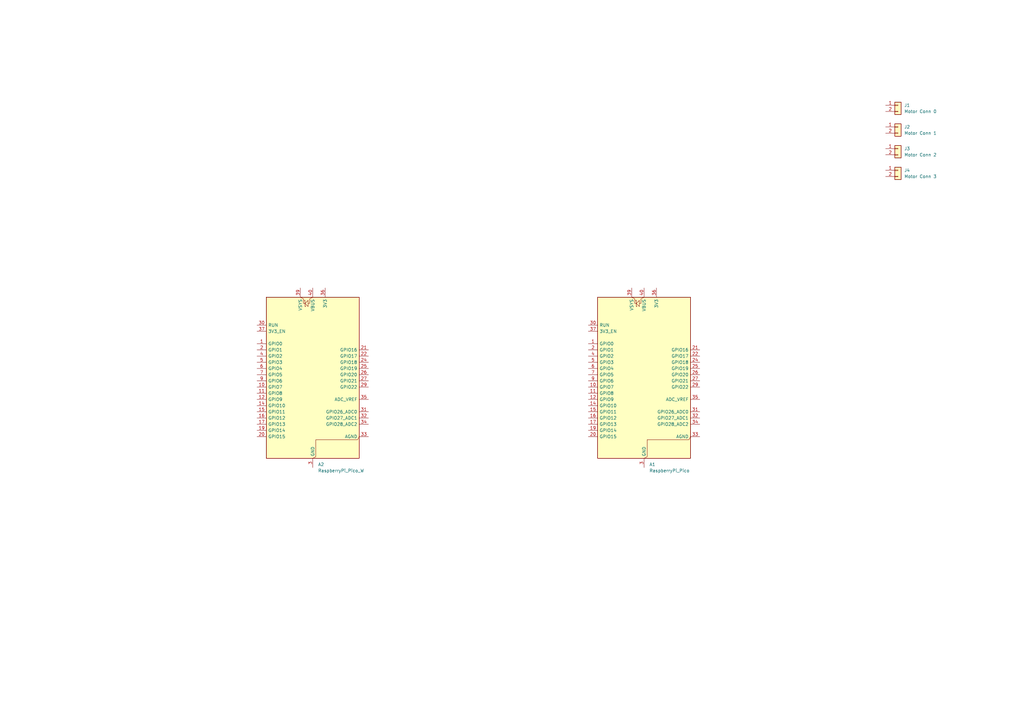
<source format=kicad_sch>
(kicad_sch (version 20250114) (generator "eeschema") (generator_version "9.0")
  (paper "A3")
  (lib_symbols
    (symbol "Connector_Generic:Conn_01x02" (pin_names (offset 1.016) (hide yes))
      (property "Reference" "J" (at 0 2.54 0))
      (property "Value" "Conn_01x02" (at 0 -5.08 0))
      (symbol "Conn_01x02_1_1"
        (rectangle (start -1.27 1.27) (end 1.27 -3.81) (stroke (width 0.254)) (fill (type background)))
        (rectangle (start -1.27 0.127) (end 0 -0.127) (stroke (width 0.1524)))
        (rectangle (start -1.27 -2.413) (end 0 -2.667) (stroke (width 0.1524)))
        (pin passive line (at -5.08 0 0) (length 3.81) (name "Pin_1") (number "1"))
        (pin passive line (at -5.08 -2.54 0) (length 3.81) (name "Pin_2") (number "2"))
      )
    )
    (symbol "MCU_Module:RaspberryPi_Pico" (pin_names (offset 0.762))
      (property "Reference" "A" (at -19.05 35.56 0))
      (property "Value" "RaspberryPi_Pico" (at 7.62 35.56 0))
      (symbol "RaspberryPi_Pico_0_1"
        (rectangle (start -19.05 34.29) (end 19.05 -31.75) (stroke (width 0.254)) (fill (type background)))
        (polyline (pts (xy -5.08 34.29) (xy -3.81 33.655) (xy -3.81 31.75) (xy -3.175 31.75)))
        (polyline (pts (xy -3.429 32.766) (xy -3.429 33.02) (xy -3.175 33.02) (xy -3.175 30.48) (xy -2.921 30.48) (xy -2.921 30.734)))
        (polyline (pts (xy -3.175 31.75) (xy -1.905 33.02) (xy -1.905 30.48) (xy -3.175 31.75)))
        (polyline (pts (xy 0 34.29) (xy -1.27 33.655) (xy -1.27 31.75) (xy -1.905 31.75)))
        (polyline (pts (xy 0 -31.75) (xy 1.27 -31.115) (xy 1.27 -24.13) (xy 18.415 -24.13) (xy 19.05 -22.86)))
      )
      (symbol "RaspberryPi_Pico_1_1"
        (pin passive line (at -22.86 22.86 0) (length 3.81) (name "RUN") (number "30"))
        (pin passive line (at -22.86 20.32 0) (length 3.81) (name "3V3_EN") (number "37"))
        (pin bidirectional line (at -22.86 15.24 0) (length 3.81) (name "GPIO0") (number "1"))
        (pin bidirectional line (at -22.86 12.7 0) (length 3.81) (name "GPIO1") (number "2"))
        (pin bidirectional line (at -22.86 10.16 0) (length 3.81) (name "GPIO2") (number "4"))
        (pin bidirectional line (at -22.86 7.62 0) (length 3.81) (name "GPIO3") (number "5"))
        (pin bidirectional line (at -22.86 5.08 0) (length 3.81) (name "GPIO4") (number "6"))
        (pin bidirectional line (at -22.86 2.54 0) (length 3.81) (name "GPIO5") (number "7"))
        (pin bidirectional line (at -22.86 0 0) (length 3.81) (name "GPIO6") (number "9"))
        (pin bidirectional line (at -22.86 -2.54 0) (length 3.81) (name "GPIO7") (number "10"))
        (pin bidirectional line (at -22.86 -5.08 0) (length 3.81) (name "GPIO8") (number "11"))
        (pin bidirectional line (at -22.86 -7.62 0) (length 3.81) (name "GPIO9") (number "12"))
        (pin bidirectional line (at -22.86 -10.16 0) (length 3.81) (name "GPIO10") (number "14"))
        (pin bidirectional line (at -22.86 -12.7 0) (length 3.81) (name "GPIO11") (number "15"))
        (pin bidirectional line (at -22.86 -15.24 0) (length 3.81) (name "GPIO12") (number "16"))
        (pin bidirectional line (at -22.86 -17.78 0) (length 3.81) (name "GPIO13") (number "17"))
        (pin bidirectional line (at -22.86 -20.32 0) (length 3.81) (name "GPIO14") (number "19"))
        (pin bidirectional line (at -22.86 -22.86 0) (length 3.81) (name "GPIO15") (number "20"))
        (pin power_in line (at -5.08 38.1 270) (length 3.81) (name "VSYS") (number "39"))
        (pin power_out line (at 0 38.1 270) (length 3.81) (name "VBUS") (number "40"))
        (pin passive line (at 0 -35.56 90) (length 3.81) (hide yes) (name "GND") (number "13"))
        (pin passive line (at 0 -35.56 90) (length 3.81) (hide yes) (name "GND") (number "18"))
        (pin passive line (at 0 -35.56 90) (length 3.81) (hide yes) (name "GND") (number "23"))
        (pin passive line (at 0 -35.56 90) (length 3.81) (hide yes) (name "GND") (number "28"))
        (pin power_out line (at 0 -35.56 90) (length 3.81) (name "GND") (number "3"))
        (pin passive line (at 0 -35.56 90) (length 3.81) (hide yes) (name "GND") (number "38"))
        (pin passive line (at 0 -35.56 90) (length 3.81) (hide yes) (name "GND") (number "8"))
        (pin power_out line (at 5.08 38.1 270) (length 3.81) (name "3V3") (number "36"))
        (pin bidirectional line (at 22.86 12.7 180) (length 3.81) (name "GPIO16") (number "21"))
        (pin bidirectional line (at 22.86 10.16 180) (length 3.81) (name "GPIO17") (number "22"))
        (pin bidirectional line (at 22.86 7.62 180) (length 3.81) (name "GPIO18") (number "24"))
        (pin bidirectional line (at 22.86 5.08 180) (length 3.81) (name "GPIO19") (number "25"))
        (pin bidirectional line (at 22.86 2.54 180) (length 3.81) (name "GPIO20") (number "26"))
        (pin bidirectional line (at 22.86 0 180) (length 3.81) (name "GPIO21") (number "27"))
        (pin bidirectional line (at 22.86 -2.54 180) (length 3.81) (name "GPIO22") (number "29"))
        (pin power_in line (at 22.86 -7.62 180) (length 3.81) (name "ADC_VREF") (number "35"))
        (pin bidirectional line (at 22.86 -12.7 180) (length 3.81) (name "GPIO26_ADC0") (number "31"))
        (pin bidirectional line (at 22.86 -15.24 180) (length 3.81) (name "GPIO27_ADC1") (number "32"))
        (pin bidirectional line (at 22.86 -17.78 180) (length 3.81) (name "GPIO28_ADC2") (number "34"))
        (pin power_out line (at 22.86 -22.86 180) (length 3.81) (name "AGND") (number "33"))
      )
    )
    (symbol "MCU_Module:RaspberryPi_Pico_W" (pin_names (offset 0.762))
      (property "Reference" "A" (at -19.05 35.56 0))
      (property "Value" "RaspberryPi_Pico_W" (at 7.62 35.56 0))
      (symbol "RaspberryPi_Pico_W_0_1"
        (rectangle (start -19.05 34.29) (end 19.05 -31.75) (stroke (width 0.254)) (fill (type background)))
        (polyline (pts (xy -5.08 34.29) (xy -3.81 33.655) (xy -3.81 31.75) (xy -3.175 31.75)))
        (polyline (pts (xy -3.429 32.766) (xy -3.429 33.02) (xy -3.175 33.02) (xy -3.175 30.48) (xy -2.921 30.48) (xy -2.921 30.734)))
        (polyline (pts (xy -3.175 31.75) (xy -1.905 33.02) (xy -1.905 30.48) (xy -3.175 31.75)))
        (polyline (pts (xy 0 34.29) (xy -1.27 33.655) (xy -1.27 31.75) (xy -1.905 31.75)))
        (polyline (pts (xy 0 -31.75) (xy 1.27 -31.115) (xy 1.27 -24.13) (xy 18.415 -24.13) (xy 19.05 -22.86)))
      )
      (symbol "RaspberryPi_Pico_W_1_1"
        (pin passive line (at -22.86 22.86 0) (length 3.81) (name "RUN") (number "30"))
        (pin passive line (at -22.86 20.32 0) (length 3.81) (name "3V3_EN") (number "37"))
        (pin bidirectional line (at -22.86 15.24 0) (length 3.81) (name "GPIO0") (number "1"))
        (pin bidirectional line (at -22.86 12.7 0) (length 3.81) (name "GPIO1") (number "2"))
        (pin bidirectional line (at -22.86 10.16 0) (length 3.81) (name "GPIO2") (number "4"))
        (pin bidirectional line (at -22.86 7.62 0) (length 3.81) (name "GPIO3") (number "5"))
        (pin bidirectional line (at -22.86 5.08 0) (length 3.81) (name "GPIO4") (number "6"))
        (pin bidirectional line (at -22.86 2.54 0) (length 3.81) (name "GPIO5") (number "7"))
        (pin bidirectional line (at -22.86 0 0) (length 3.81) (name "GPIO6") (number "9"))
        (pin bidirectional line (at -22.86 -2.54 0) (length 3.81) (name "GPIO7") (number "10"))
        (pin bidirectional line (at -22.86 -5.08 0) (length 3.81) (name "GPIO8") (number "11"))
        (pin bidirectional line (at -22.86 -7.62 0) (length 3.81) (name "GPIO9") (number "12"))
        (pin bidirectional line (at -22.86 -10.16 0) (length 3.81) (name "GPIO10") (number "14"))
        (pin bidirectional line (at -22.86 -12.7 0) (length 3.81) (name "GPIO11") (number "15"))
        (pin bidirectional line (at -22.86 -15.24 0) (length 3.81) (name "GPIO12") (number "16"))
        (pin bidirectional line (at -22.86 -17.78 0) (length 3.81) (name "GPIO13") (number "17"))
        (pin bidirectional line (at -22.86 -20.32 0) (length 3.81) (name "GPIO14") (number "19"))
        (pin bidirectional line (at -22.86 -22.86 0) (length 3.81) (name "GPIO15") (number "20"))
        (pin power_in line (at -5.08 38.1 270) (length 3.81) (name "VSYS") (number "39"))
        (pin power_out line (at 0 38.1 270) (length 3.81) (name "VBUS") (number "40"))
        (pin passive line (at 0 -35.56 90) (length 3.81) (hide yes) (name "GND") (number "13"))
        (pin passive line (at 0 -35.56 90) (length 3.81) (hide yes) (name "GND") (number "18"))
        (pin passive line (at 0 -35.56 90) (length 3.81) (hide yes) (name "GND") (number "23"))
        (pin passive line (at 0 -35.56 90) (length 3.81) (hide yes) (name "GND") (number "28"))
        (pin power_out line (at 0 -35.56 90) (length 3.81) (name "GND") (number "3"))
        (pin passive line (at 0 -35.56 90) (length 3.81) (hide yes) (name "GND") (number "38"))
        (pin passive line (at 0 -35.56 90) (length 3.81) (hide yes) (name "GND") (number "8"))
        (pin power_out line (at 5.08 38.1 270) (length 3.81) (name "3V3") (number "36"))
        (pin bidirectional line (at 22.86 12.7 180) (length 3.81) (name "GPIO16") (number "21"))
        (pin bidirectional line (at 22.86 10.16 180) (length 3.81) (name "GPIO17") (number "22"))
        (pin bidirectional line (at 22.86 7.62 180) (length 3.81) (name "GPIO18") (number "24"))
        (pin bidirectional line (at 22.86 5.08 180) (length 3.81) (name "GPIO19") (number "25"))
        (pin bidirectional line (at 22.86 2.54 180) (length 3.81) (name "GPIO20") (number "26"))
        (pin bidirectional line (at 22.86 0 180) (length 3.81) (name "GPIO21") (number "27"))
        (pin bidirectional line (at 22.86 -2.54 180) (length 3.81) (name "GPIO22") (number "29"))
        (pin power_in line (at 22.86 -7.62 180) (length 3.81) (name "ADC_VREF") (number "35"))
        (pin bidirectional line (at 22.86 -12.7 180) (length 3.81) (name "GPIO26_ADC0") (number "31"))
        (pin bidirectional line (at 22.86 -15.24 180) (length 3.81) (name "GPIO27_ADC1") (number "32"))
        (pin bidirectional line (at 22.86 -17.78 180) (length 3.81) (name "GPIO28_ADC2") (number "34"))
        (pin power_out line (at 22.86 -22.86 180) (length 3.81) (name "AGND") (number "33"))
      )
    )
  )
  (symbol (lib_id "Connector_Generic:Conn_01x02") (at 368.3 43.18 0) (unit 1)
    (property "Reference" "J1" (at 370.84 43.1799 0) (effects (justify left)))
    (property "Value" "Motor Conn 0" (at 370.84 45.7199 0) (effects (justify left)))
    (property "Description" "Generic connector, single row, 01x02, script generated (kicad-library-utils/schlib/autogen/connector/)" (effects (hide yes)))
  )
  (symbol (lib_id "Connector_Generic:Conn_01x02") (at 368.3 60.96 0) (unit 1)
    (property "Reference" "J3" (at 370.84 60.9599 0) (effects (justify left)))
    (property "Value" "Motor Conn 2" (at 370.84 63.4999 0) (effects (justify left)))
    (property "Description" "Generic connector, single row, 01x02, script generated (kicad-library-utils/schlib/autogen/connector/)" (effects (hide yes)))
  )
  (symbol (lib_id "Connector_Generic:Conn_01x02") (at 368.3 52.07 0) (unit 1)
    (property "Reference" "J2" (at 370.84 52.0699 0) (effects (justify left)))
    (property "Value" "Motor Conn 1" (at 370.84 54.6099 0) (effects (justify left)))
    (property "Description" "Generic connector, single row, 01x02, script generated (kicad-library-utils/schlib/autogen/connector/)" (effects (hide yes)))
  )
  (symbol (lib_id "Connector_Generic:Conn_01x02") (at 368.3 69.85 0) (unit 1)
    (property "Reference" "J4" (at 370.84 69.8499 0) (effects (justify left)))
    (property "Value" "Motor Conn 3" (at 370.84 72.3899 0) (effects (justify left)))
    (property "Description" "Generic connector, single row, 01x02, script generated (kicad-library-utils/schlib/autogen/connector/)" (effects (hide yes)))
  )
  (symbol (lib_id "MCU_Module:RaspberryPi_Pico_W") (at 128.27 156.21 0) (unit 1)
    (property "Reference" "A2" (at 130.4133 190.5 0) (effects (justify left)))
    (property "Value" "RaspberryPi_Pico_W" (at 130.4133 193.04 0) (effects (justify left)))
    (property "Footprint" "Module:RaspberryPi_Pico_W_SMD_HandSolder" (effects (hide yes)))
    (property "Datasheet" "https://datasheets.raspberrypi.com/picow/pico-w-datasheet.pdf" (effects (hide yes)))
    (property "Description" "Versatile and inexpensive wireless microcontroller module powered by RP2040 dual-core Arm Cortex-M0+ processor up to 133 MHz, 264kB SRAM, 2MB QSPI flash, Infineon CYW43439 2.4GHz 802.11n wireless LAN; also supports Raspberry Pi Pico 2 W" (effects (hide yes)))
  )
  (symbol (lib_id "MCU_Module:RaspberryPi_Pico") (at 264.16 156.21 0) (unit 1)
    (property "Reference" "A1" (at 266.3033 190.5 0) (effects (justify left)))
    (property "Value" "RaspberryPi_Pico" (at 266.3033 193.04 0) (effects (justify left)))
    (property "Footprint" "Module:RaspberryPi_Pico_Common_Unspecified" (effects (hide yes)))
    (property "Datasheet" "https://datasheets.raspberrypi.com/pico/pico-datasheet.pdf" (effects (hide yes)))
    (property "Description" "Versatile and inexpensive microcontroller module powered by RP2040 dual-core Arm Cortex-M0+ processor up to 133 MHz, 264kB SRAM, 2MB QSPI flash; also supports Raspberry Pi Pico 2" (effects (hide yes)))
  )
)
</source>
